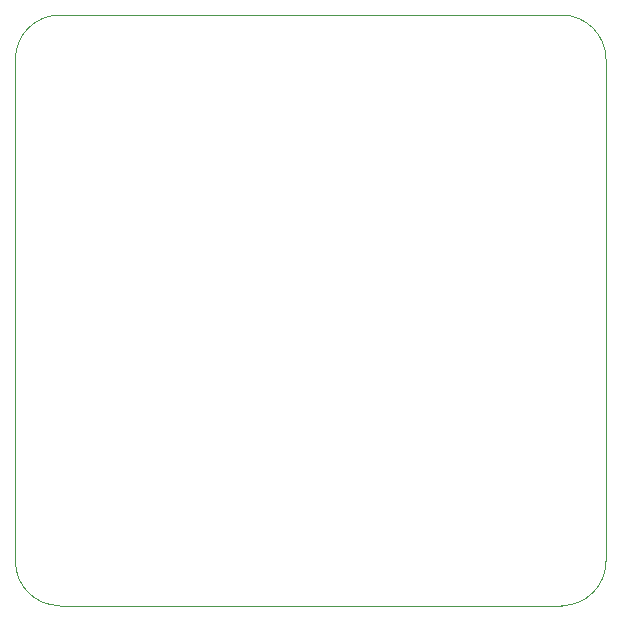
<source format=gbr>
%TF.GenerationSoftware,KiCad,Pcbnew,(6.0.0)*%
%TF.CreationDate,2023-02-04T05:02:53+03:00*%
%TF.ProjectId,STM32F4_breakout,53544d33-3246-4345-9f62-7265616b6f75,rev?*%
%TF.SameCoordinates,Original*%
%TF.FileFunction,Profile,NP*%
%FSLAX46Y46*%
G04 Gerber Fmt 4.6, Leading zero omitted, Abs format (unit mm)*
G04 Created by KiCad (PCBNEW (6.0.0)) date 2023-02-04 05:02:53*
%MOMM*%
%LPD*%
G01*
G04 APERTURE LIST*
%TA.AperFunction,Profile*%
%ADD10C,0.100000*%
%TD*%
G04 APERTURE END LIST*
D10*
X124500000Y-100250000D02*
G75*
G03*
X128250000Y-104000000I3750001J1D01*
G01*
X174500000Y-57750000D02*
G75*
G03*
X170750000Y-54000000I-3750001J-1D01*
G01*
X170750000Y-104000000D02*
X128250000Y-104000000D01*
X128250000Y-54000000D02*
X170750000Y-54000000D01*
X174500000Y-57750000D02*
X174500000Y-100250000D01*
X128250000Y-54000000D02*
G75*
G03*
X124500000Y-57750000I1J-3750001D01*
G01*
X170750000Y-104000000D02*
G75*
G03*
X174500000Y-100250000I-1J3750001D01*
G01*
X124500000Y-100250000D02*
X124500000Y-57750000D01*
M02*

</source>
